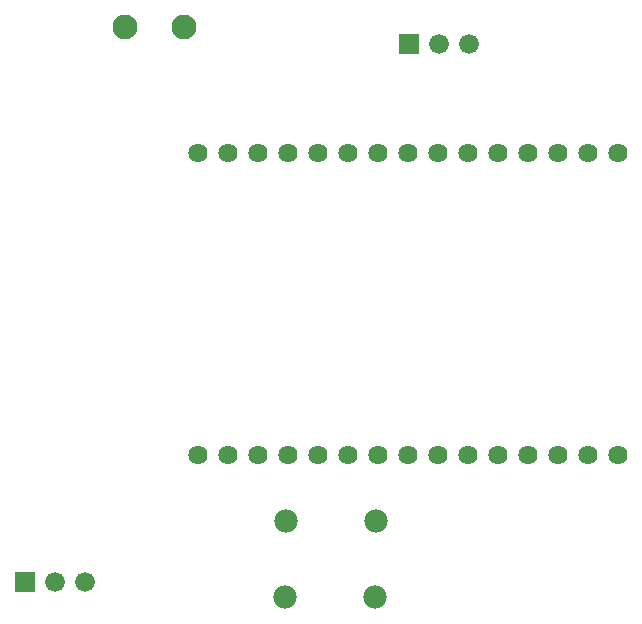
<source format=gbs>
G04 Layer: BottomSolderMaskLayer*
G04 EasyEDA v6.5.51, 2025-10-20 22:37:19*
G04 0329cdd6e84a4ea496a32ef4976c9469,12abd119770744df9ef097ef44d34389,10*
G04 Gerber Generator version 0.2*
G04 Scale: 100 percent, Rotated: No, Reflected: No *
G04 Dimensions in millimeters *
G04 leading zeros omitted , absolute positions ,4 integer and 5 decimal *
%FSLAX45Y45*%
%MOMM*%

%AMMACRO1*4,1,8,-0.8085,-0.8382,-0.8382,-0.8082,-0.8382,0.8085,-0.8085,0.8382,0.8082,0.8382,0.8382,0.8085,0.8382,-0.8082,0.8082,-0.8382,-0.8085,-0.8382,0*%
%ADD10C,2.1016*%
%ADD11MACRO1*%
%ADD12C,1.6764*%
%ADD13C,1.9812*%
%ADD14C,1.6256*%
%ADD15C,0.0187*%

%LPD*%
D10*
G01*
X-2403855Y5207000D03*
G01*
X-2904744Y5207000D03*
D11*
G01*
X-3746500Y508000D03*
D12*
G01*
X-3492500Y508000D03*
G01*
X-3238500Y508000D03*
D11*
G01*
X-495300Y5067300D03*
D12*
G01*
X-241300Y5067300D03*
G01*
X12700Y5067300D03*
D13*
G01*
X-1536700Y1028700D03*
G01*
X-774700Y1028700D03*
G01*
X-1549400Y381000D03*
G01*
X-787400Y381000D03*
D14*
G01*
X1270000Y4140200D03*
G01*
X1016000Y4140200D03*
G01*
X762000Y4140200D03*
G01*
X508000Y4140200D03*
G01*
X254000Y4140200D03*
G01*
X0Y4140200D03*
G01*
X-254000Y4140200D03*
G01*
X-508000Y4140200D03*
G01*
X-762000Y4140200D03*
G01*
X-1016000Y4140200D03*
G01*
X-1270000Y4140200D03*
G01*
X-1524000Y4140200D03*
G01*
X-1778000Y4140200D03*
G01*
X-2032000Y4140200D03*
G01*
X-2286000Y4140200D03*
G01*
X-2286000Y1590192D03*
G01*
X-2032000Y1590192D03*
G01*
X-1778000Y1590192D03*
G01*
X-1524000Y1590192D03*
G01*
X-1270000Y1590192D03*
G01*
X-1016000Y1590192D03*
G01*
X-762000Y1590192D03*
G01*
X-508000Y1590192D03*
G01*
X-254000Y1590192D03*
G01*
X0Y1590192D03*
G01*
X254000Y1590192D03*
G01*
X508000Y1590192D03*
G01*
X762000Y1590192D03*
G01*
X1270000Y1590192D03*
G01*
X1016000Y1590192D03*
M02*

</source>
